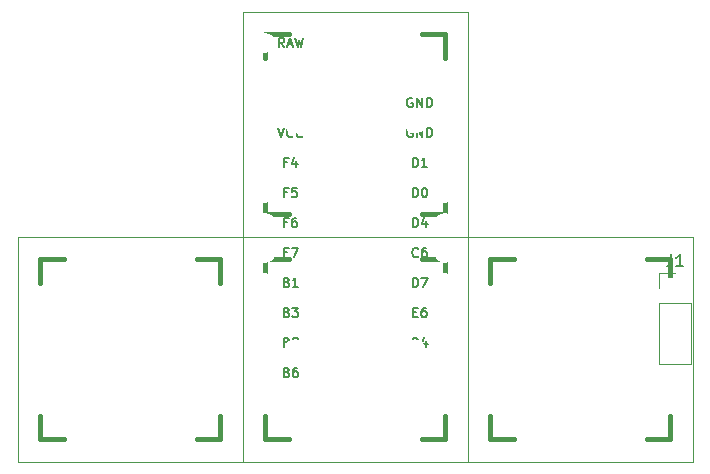
<source format=gto>
G04 #@! TF.GenerationSoftware,KiCad,Pcbnew,(5.1.10)-1*
G04 #@! TF.CreationDate,2022-01-11T02:43:02-06:00*
G04 #@! TF.ProjectId,arrow,6172726f-772e-46b6-9963-61645f706362,rev?*
G04 #@! TF.SameCoordinates,Original*
G04 #@! TF.FileFunction,Legend,Top*
G04 #@! TF.FilePolarity,Positive*
%FSLAX46Y46*%
G04 Gerber Fmt 4.6, Leading zero omitted, Abs format (unit mm)*
G04 Created by KiCad (PCBNEW (5.1.10)-1) date 2022-01-11 02:43:02*
%MOMM*%
%LPD*%
G01*
G04 APERTURE LIST*
%ADD10C,0.381000*%
%ADD11C,0.120000*%
%ADD12C,0.150000*%
%ADD13C,1.752600*%
%ADD14C,3.980180*%
%ADD15C,2.950000*%
%ADD16C,1.700000*%
%ADD17O,1.700000X1.700000*%
%ADD18R,1.700000X1.700000*%
G04 APERTURE END LIST*
D10*
X230850000Y-143900000D02*
X230850000Y-141900000D01*
X244090000Y-157140000D02*
X246090000Y-157140000D01*
X246090000Y-143900000D02*
X246090000Y-141900000D01*
X244090000Y-141900000D02*
X246090000Y-141900000D01*
X230850000Y-157140000D02*
X232850000Y-157140000D01*
X246090000Y-157140000D02*
X246090000Y-155140000D01*
X230850000Y-141900000D02*
X232850000Y-141900000D01*
X230850000Y-155140000D02*
X230850000Y-157140000D01*
D11*
X228945000Y-159045000D02*
X247995000Y-159045000D01*
X247995000Y-159045000D02*
X247995000Y-139995000D01*
X247995000Y-139995000D02*
X228945000Y-139995000D01*
X228945000Y-139995000D02*
X228945000Y-159045000D01*
D10*
X211800000Y-143900000D02*
X211800000Y-141900000D01*
X225040000Y-157140000D02*
X227040000Y-157140000D01*
X227040000Y-143900000D02*
X227040000Y-141900000D01*
X225040000Y-141900000D02*
X227040000Y-141900000D01*
X211800000Y-157140000D02*
X213800000Y-157140000D01*
X227040000Y-157140000D02*
X227040000Y-155140000D01*
X211800000Y-141900000D02*
X213800000Y-141900000D01*
X211800000Y-155140000D02*
X211800000Y-157140000D01*
D11*
X209895000Y-159045000D02*
X228945000Y-159045000D01*
X228945000Y-159045000D02*
X228945000Y-139995000D01*
X228945000Y-139995000D02*
X209895000Y-139995000D01*
X209895000Y-139995000D02*
X209895000Y-159045000D01*
D10*
X227040000Y-136090000D02*
X227040000Y-138090000D01*
X213800000Y-122850000D02*
X211800000Y-122850000D01*
X211800000Y-136090000D02*
X211800000Y-138090000D01*
X213800000Y-138090000D02*
X211800000Y-138090000D01*
X227040000Y-122850000D02*
X225040000Y-122850000D01*
X211800000Y-122850000D02*
X211800000Y-124850000D01*
X227040000Y-138090000D02*
X225040000Y-138090000D01*
X227040000Y-124850000D02*
X227040000Y-122850000D01*
D11*
X228945000Y-120945000D02*
X209895000Y-120945000D01*
X209895000Y-120945000D02*
X209895000Y-139995000D01*
X209895000Y-139995000D02*
X228945000Y-139995000D01*
X228945000Y-139995000D02*
X228945000Y-120945000D01*
D10*
X192750000Y-143900000D02*
X192750000Y-141900000D01*
X205990000Y-157140000D02*
X207990000Y-157140000D01*
X207990000Y-143900000D02*
X207990000Y-141900000D01*
X205990000Y-141900000D02*
X207990000Y-141900000D01*
X192750000Y-157140000D02*
X194750000Y-157140000D01*
X207990000Y-157140000D02*
X207990000Y-155140000D01*
X192750000Y-141900000D02*
X194750000Y-141900000D01*
X192750000Y-155140000D02*
X192750000Y-157140000D01*
D11*
X190845000Y-159045000D02*
X209895000Y-159045000D01*
X209895000Y-159045000D02*
X209895000Y-139995000D01*
X209895000Y-139995000D02*
X190845000Y-139995000D01*
X190845000Y-139995000D02*
X190845000Y-159045000D01*
X245190000Y-143020000D02*
X246520000Y-143020000D01*
X245190000Y-144350000D02*
X245190000Y-143020000D01*
X245190000Y-145620000D02*
X247850000Y-145620000D01*
X247850000Y-145620000D02*
X247850000Y-150760000D01*
X245190000Y-145620000D02*
X245190000Y-150760000D01*
X245190000Y-150760000D02*
X247850000Y-150760000D01*
D12*
X224290523Y-136623154D02*
X224290523Y-135823154D01*
X224481000Y-135823154D01*
X224595285Y-135861250D01*
X224671476Y-135937440D01*
X224709571Y-136013630D01*
X224747666Y-136166011D01*
X224747666Y-136280297D01*
X224709571Y-136432678D01*
X224671476Y-136508869D01*
X224595285Y-136585059D01*
X224481000Y-136623154D01*
X224290523Y-136623154D01*
X225242904Y-135823154D02*
X225319095Y-135823154D01*
X225395285Y-135861250D01*
X225433380Y-135899345D01*
X225471476Y-135975535D01*
X225509571Y-136127916D01*
X225509571Y-136318392D01*
X225471476Y-136470773D01*
X225433380Y-136546964D01*
X225395285Y-136585059D01*
X225319095Y-136623154D01*
X225242904Y-136623154D01*
X225166714Y-136585059D01*
X225128619Y-136546964D01*
X225090523Y-136470773D01*
X225052428Y-136318392D01*
X225052428Y-136127916D01*
X225090523Y-135975535D01*
X225128619Y-135899345D01*
X225166714Y-135861250D01*
X225242904Y-135823154D01*
X224290523Y-134083154D02*
X224290523Y-133283154D01*
X224481000Y-133283154D01*
X224595285Y-133321250D01*
X224671476Y-133397440D01*
X224709571Y-133473630D01*
X224747666Y-133626011D01*
X224747666Y-133740297D01*
X224709571Y-133892678D01*
X224671476Y-133968869D01*
X224595285Y-134045059D01*
X224481000Y-134083154D01*
X224290523Y-134083154D01*
X225509571Y-134083154D02*
X225052428Y-134083154D01*
X225281000Y-134083154D02*
X225281000Y-133283154D01*
X225204809Y-133397440D01*
X225128619Y-133473630D01*
X225052428Y-133511726D01*
X224271476Y-130781250D02*
X224195285Y-130743154D01*
X224081000Y-130743154D01*
X223966714Y-130781250D01*
X223890523Y-130857440D01*
X223852428Y-130933630D01*
X223814333Y-131086011D01*
X223814333Y-131200297D01*
X223852428Y-131352678D01*
X223890523Y-131428869D01*
X223966714Y-131505059D01*
X224081000Y-131543154D01*
X224157190Y-131543154D01*
X224271476Y-131505059D01*
X224309571Y-131466964D01*
X224309571Y-131200297D01*
X224157190Y-131200297D01*
X224652428Y-131543154D02*
X224652428Y-130743154D01*
X225109571Y-131543154D01*
X225109571Y-130743154D01*
X225490523Y-131543154D02*
X225490523Y-130743154D01*
X225681000Y-130743154D01*
X225795285Y-130781250D01*
X225871476Y-130857440D01*
X225909571Y-130933630D01*
X225947666Y-131086011D01*
X225947666Y-131200297D01*
X225909571Y-131352678D01*
X225871476Y-131428869D01*
X225795285Y-131505059D01*
X225681000Y-131543154D01*
X225490523Y-131543154D01*
X224271476Y-128241250D02*
X224195285Y-128203154D01*
X224081000Y-128203154D01*
X223966714Y-128241250D01*
X223890523Y-128317440D01*
X223852428Y-128393630D01*
X223814333Y-128546011D01*
X223814333Y-128660297D01*
X223852428Y-128812678D01*
X223890523Y-128888869D01*
X223966714Y-128965059D01*
X224081000Y-129003154D01*
X224157190Y-129003154D01*
X224271476Y-128965059D01*
X224309571Y-128926964D01*
X224309571Y-128660297D01*
X224157190Y-128660297D01*
X224652428Y-129003154D02*
X224652428Y-128203154D01*
X225109571Y-129003154D01*
X225109571Y-128203154D01*
X225490523Y-129003154D02*
X225490523Y-128203154D01*
X225681000Y-128203154D01*
X225795285Y-128241250D01*
X225871476Y-128317440D01*
X225909571Y-128393630D01*
X225947666Y-128546011D01*
X225947666Y-128660297D01*
X225909571Y-128812678D01*
X225871476Y-128888869D01*
X225795285Y-128965059D01*
X225681000Y-129003154D01*
X225490523Y-129003154D01*
X224290523Y-139163154D02*
X224290523Y-138363154D01*
X224481000Y-138363154D01*
X224595285Y-138401250D01*
X224671476Y-138477440D01*
X224709571Y-138553630D01*
X224747666Y-138706011D01*
X224747666Y-138820297D01*
X224709571Y-138972678D01*
X224671476Y-139048869D01*
X224595285Y-139125059D01*
X224481000Y-139163154D01*
X224290523Y-139163154D01*
X225433380Y-138629821D02*
X225433380Y-139163154D01*
X225242904Y-138325059D02*
X225052428Y-138896488D01*
X225547666Y-138896488D01*
X224747666Y-141626964D02*
X224709571Y-141665059D01*
X224595285Y-141703154D01*
X224519095Y-141703154D01*
X224404809Y-141665059D01*
X224328619Y-141588869D01*
X224290523Y-141512678D01*
X224252428Y-141360297D01*
X224252428Y-141246011D01*
X224290523Y-141093630D01*
X224328619Y-141017440D01*
X224404809Y-140941250D01*
X224519095Y-140903154D01*
X224595285Y-140903154D01*
X224709571Y-140941250D01*
X224747666Y-140979345D01*
X225433380Y-140903154D02*
X225281000Y-140903154D01*
X225204809Y-140941250D01*
X225166714Y-140979345D01*
X225090523Y-141093630D01*
X225052428Y-141246011D01*
X225052428Y-141550773D01*
X225090523Y-141626964D01*
X225128619Y-141665059D01*
X225204809Y-141703154D01*
X225357190Y-141703154D01*
X225433380Y-141665059D01*
X225471476Y-141626964D01*
X225509571Y-141550773D01*
X225509571Y-141360297D01*
X225471476Y-141284107D01*
X225433380Y-141246011D01*
X225357190Y-141207916D01*
X225204809Y-141207916D01*
X225128619Y-141246011D01*
X225090523Y-141284107D01*
X225052428Y-141360297D01*
X224290523Y-144243154D02*
X224290523Y-143443154D01*
X224481000Y-143443154D01*
X224595285Y-143481250D01*
X224671476Y-143557440D01*
X224709571Y-143633630D01*
X224747666Y-143786011D01*
X224747666Y-143900297D01*
X224709571Y-144052678D01*
X224671476Y-144128869D01*
X224595285Y-144205059D01*
X224481000Y-144243154D01*
X224290523Y-144243154D01*
X225014333Y-143443154D02*
X225547666Y-143443154D01*
X225204809Y-144243154D01*
X224328619Y-146364107D02*
X224595285Y-146364107D01*
X224709571Y-146783154D02*
X224328619Y-146783154D01*
X224328619Y-145983154D01*
X224709571Y-145983154D01*
X225395285Y-145983154D02*
X225242904Y-145983154D01*
X225166714Y-146021250D01*
X225128619Y-146059345D01*
X225052428Y-146173630D01*
X225014333Y-146326011D01*
X225014333Y-146630773D01*
X225052428Y-146706964D01*
X225090523Y-146745059D01*
X225166714Y-146783154D01*
X225319095Y-146783154D01*
X225395285Y-146745059D01*
X225433380Y-146706964D01*
X225471476Y-146630773D01*
X225471476Y-146440297D01*
X225433380Y-146364107D01*
X225395285Y-146326011D01*
X225319095Y-146287916D01*
X225166714Y-146287916D01*
X225090523Y-146326011D01*
X225052428Y-146364107D01*
X225014333Y-146440297D01*
X224557190Y-148904107D02*
X224671476Y-148942202D01*
X224709571Y-148980297D01*
X224747666Y-149056488D01*
X224747666Y-149170773D01*
X224709571Y-149246964D01*
X224671476Y-149285059D01*
X224595285Y-149323154D01*
X224290523Y-149323154D01*
X224290523Y-148523154D01*
X224557190Y-148523154D01*
X224633380Y-148561250D01*
X224671476Y-148599345D01*
X224709571Y-148675535D01*
X224709571Y-148751726D01*
X224671476Y-148827916D01*
X224633380Y-148866011D01*
X224557190Y-148904107D01*
X224290523Y-148904107D01*
X225433380Y-148789821D02*
X225433380Y-149323154D01*
X225242904Y-148485059D02*
X225052428Y-149056488D01*
X225547666Y-149056488D01*
X213635190Y-151444107D02*
X213749476Y-151482202D01*
X213787571Y-151520297D01*
X213825666Y-151596488D01*
X213825666Y-151710773D01*
X213787571Y-151786964D01*
X213749476Y-151825059D01*
X213673285Y-151863154D01*
X213368523Y-151863154D01*
X213368523Y-151063154D01*
X213635190Y-151063154D01*
X213711380Y-151101250D01*
X213749476Y-151139345D01*
X213787571Y-151215535D01*
X213787571Y-151291726D01*
X213749476Y-151367916D01*
X213711380Y-151406011D01*
X213635190Y-151444107D01*
X213368523Y-151444107D01*
X214511380Y-151063154D02*
X214359000Y-151063154D01*
X214282809Y-151101250D01*
X214244714Y-151139345D01*
X214168523Y-151253630D01*
X214130428Y-151406011D01*
X214130428Y-151710773D01*
X214168523Y-151786964D01*
X214206619Y-151825059D01*
X214282809Y-151863154D01*
X214435190Y-151863154D01*
X214511380Y-151825059D01*
X214549476Y-151786964D01*
X214587571Y-151710773D01*
X214587571Y-151520297D01*
X214549476Y-151444107D01*
X214511380Y-151406011D01*
X214435190Y-151367916D01*
X214282809Y-151367916D01*
X214206619Y-151406011D01*
X214168523Y-151444107D01*
X214130428Y-151520297D01*
X213635190Y-146364107D02*
X213749476Y-146402202D01*
X213787571Y-146440297D01*
X213825666Y-146516488D01*
X213825666Y-146630773D01*
X213787571Y-146706964D01*
X213749476Y-146745059D01*
X213673285Y-146783154D01*
X213368523Y-146783154D01*
X213368523Y-145983154D01*
X213635190Y-145983154D01*
X213711380Y-146021250D01*
X213749476Y-146059345D01*
X213787571Y-146135535D01*
X213787571Y-146211726D01*
X213749476Y-146287916D01*
X213711380Y-146326011D01*
X213635190Y-146364107D01*
X213368523Y-146364107D01*
X214092333Y-145983154D02*
X214587571Y-145983154D01*
X214320904Y-146287916D01*
X214435190Y-146287916D01*
X214511380Y-146326011D01*
X214549476Y-146364107D01*
X214587571Y-146440297D01*
X214587571Y-146630773D01*
X214549476Y-146706964D01*
X214511380Y-146745059D01*
X214435190Y-146783154D01*
X214206619Y-146783154D01*
X214130428Y-146745059D01*
X214092333Y-146706964D01*
X213635190Y-143824107D02*
X213749476Y-143862202D01*
X213787571Y-143900297D01*
X213825666Y-143976488D01*
X213825666Y-144090773D01*
X213787571Y-144166964D01*
X213749476Y-144205059D01*
X213673285Y-144243154D01*
X213368523Y-144243154D01*
X213368523Y-143443154D01*
X213635190Y-143443154D01*
X213711380Y-143481250D01*
X213749476Y-143519345D01*
X213787571Y-143595535D01*
X213787571Y-143671726D01*
X213749476Y-143747916D01*
X213711380Y-143786011D01*
X213635190Y-143824107D01*
X213368523Y-143824107D01*
X214587571Y-144243154D02*
X214130428Y-144243154D01*
X214359000Y-144243154D02*
X214359000Y-143443154D01*
X214282809Y-143557440D01*
X214206619Y-143633630D01*
X214130428Y-143671726D01*
X213692333Y-133664107D02*
X213425666Y-133664107D01*
X213425666Y-134083154D02*
X213425666Y-133283154D01*
X213806619Y-133283154D01*
X214454238Y-133549821D02*
X214454238Y-134083154D01*
X214263761Y-133245059D02*
X214073285Y-133816488D01*
X214568523Y-133816488D01*
X212892333Y-130743154D02*
X213159000Y-131543154D01*
X213425666Y-130743154D01*
X214149476Y-131466964D02*
X214111380Y-131505059D01*
X213997095Y-131543154D01*
X213920904Y-131543154D01*
X213806619Y-131505059D01*
X213730428Y-131428869D01*
X213692333Y-131352678D01*
X213654238Y-131200297D01*
X213654238Y-131086011D01*
X213692333Y-130933630D01*
X213730428Y-130857440D01*
X213806619Y-130781250D01*
X213920904Y-130743154D01*
X213997095Y-130743154D01*
X214111380Y-130781250D01*
X214149476Y-130819345D01*
X214949476Y-131466964D02*
X214911380Y-131505059D01*
X214797095Y-131543154D01*
X214720904Y-131543154D01*
X214606619Y-131505059D01*
X214530428Y-131428869D01*
X214492333Y-131352678D01*
X214454238Y-131200297D01*
X214454238Y-131086011D01*
X214492333Y-130933630D01*
X214530428Y-130857440D01*
X214606619Y-130781250D01*
X214720904Y-130743154D01*
X214797095Y-130743154D01*
X214911380Y-130781250D01*
X214949476Y-130819345D01*
X213406619Y-123923154D02*
X213139952Y-123542202D01*
X212949476Y-123923154D02*
X212949476Y-123123154D01*
X213254238Y-123123154D01*
X213330428Y-123161250D01*
X213368523Y-123199345D01*
X213406619Y-123275535D01*
X213406619Y-123389821D01*
X213368523Y-123466011D01*
X213330428Y-123504107D01*
X213254238Y-123542202D01*
X212949476Y-123542202D01*
X213711380Y-123694583D02*
X214092333Y-123694583D01*
X213635190Y-123923154D02*
X213901857Y-123123154D01*
X214168523Y-123923154D01*
X214359000Y-123123154D02*
X214549476Y-123923154D01*
X214701857Y-123351726D01*
X214854238Y-123923154D01*
X215044714Y-123123154D01*
X213692333Y-136204107D02*
X213425666Y-136204107D01*
X213425666Y-136623154D02*
X213425666Y-135823154D01*
X213806619Y-135823154D01*
X214492333Y-135823154D02*
X214111380Y-135823154D01*
X214073285Y-136204107D01*
X214111380Y-136166011D01*
X214187571Y-136127916D01*
X214378047Y-136127916D01*
X214454238Y-136166011D01*
X214492333Y-136204107D01*
X214530428Y-136280297D01*
X214530428Y-136470773D01*
X214492333Y-136546964D01*
X214454238Y-136585059D01*
X214378047Y-136623154D01*
X214187571Y-136623154D01*
X214111380Y-136585059D01*
X214073285Y-136546964D01*
X213692333Y-138744107D02*
X213425666Y-138744107D01*
X213425666Y-139163154D02*
X213425666Y-138363154D01*
X213806619Y-138363154D01*
X214454238Y-138363154D02*
X214301857Y-138363154D01*
X214225666Y-138401250D01*
X214187571Y-138439345D01*
X214111380Y-138553630D01*
X214073285Y-138706011D01*
X214073285Y-139010773D01*
X214111380Y-139086964D01*
X214149476Y-139125059D01*
X214225666Y-139163154D01*
X214378047Y-139163154D01*
X214454238Y-139125059D01*
X214492333Y-139086964D01*
X214530428Y-139010773D01*
X214530428Y-138820297D01*
X214492333Y-138744107D01*
X214454238Y-138706011D01*
X214378047Y-138667916D01*
X214225666Y-138667916D01*
X214149476Y-138706011D01*
X214111380Y-138744107D01*
X214073285Y-138820297D01*
X213692333Y-141284107D02*
X213425666Y-141284107D01*
X213425666Y-141703154D02*
X213425666Y-140903154D01*
X213806619Y-140903154D01*
X214035190Y-140903154D02*
X214568523Y-140903154D01*
X214225666Y-141703154D01*
X213635190Y-148904107D02*
X213749476Y-148942202D01*
X213787571Y-148980297D01*
X213825666Y-149056488D01*
X213825666Y-149170773D01*
X213787571Y-149246964D01*
X213749476Y-149285059D01*
X213673285Y-149323154D01*
X213368523Y-149323154D01*
X213368523Y-148523154D01*
X213635190Y-148523154D01*
X213711380Y-148561250D01*
X213749476Y-148599345D01*
X213787571Y-148675535D01*
X213787571Y-148751726D01*
X213749476Y-148827916D01*
X213711380Y-148866011D01*
X213635190Y-148904107D01*
X213368523Y-148904107D01*
X214130428Y-148599345D02*
X214168523Y-148561250D01*
X214244714Y-148523154D01*
X214435190Y-148523154D01*
X214511380Y-148561250D01*
X214549476Y-148599345D01*
X214587571Y-148675535D01*
X214587571Y-148751726D01*
X214549476Y-148866011D01*
X214092333Y-149323154D01*
X214587571Y-149323154D01*
X246186666Y-141472380D02*
X246186666Y-142186666D01*
X246139047Y-142329523D01*
X246043809Y-142424761D01*
X245900952Y-142472380D01*
X245805714Y-142472380D01*
X247186666Y-142472380D02*
X246615238Y-142472380D01*
X246900952Y-142472380D02*
X246900952Y-141472380D01*
X246805714Y-141615238D01*
X246710476Y-141710476D01*
X246615238Y-141758095D01*
%LPC*%
D13*
X227040000Y-128641250D03*
X227040000Y-131181250D03*
X227040000Y-133721250D03*
X227040000Y-136261250D03*
X227040000Y-138801250D03*
X227040000Y-141341250D03*
X227040000Y-143881250D03*
X227040000Y-146421250D03*
X227040000Y-148961250D03*
X211800000Y-151501250D03*
X211800000Y-148961250D03*
X211800000Y-146421250D03*
X211800000Y-143881250D03*
X211800000Y-141341250D03*
X211800000Y-138801250D03*
X211800000Y-136261250D03*
X211800000Y-133721250D03*
X211800000Y-131181250D03*
X211800000Y-123561250D03*
D14*
X238470000Y-149520000D03*
D15*
X235930000Y-154600000D03*
X242280000Y-152060000D03*
D16*
X233390000Y-149520000D03*
X243550000Y-149520000D03*
D14*
X219420000Y-149520000D03*
D15*
X216880000Y-154600000D03*
X223230000Y-152060000D03*
D16*
X214340000Y-149520000D03*
X224500000Y-149520000D03*
D14*
X219420000Y-130470000D03*
D15*
X221960000Y-125390000D03*
X215610000Y-127930000D03*
D16*
X224500000Y-130470000D03*
X214340000Y-130470000D03*
D14*
X200370000Y-149520000D03*
D15*
X197830000Y-154600000D03*
X204180000Y-152060000D03*
D16*
X195290000Y-149520000D03*
X205450000Y-149520000D03*
D17*
X246520000Y-149430000D03*
X246520000Y-146890000D03*
D18*
X246520000Y-144350000D03*
M02*

</source>
